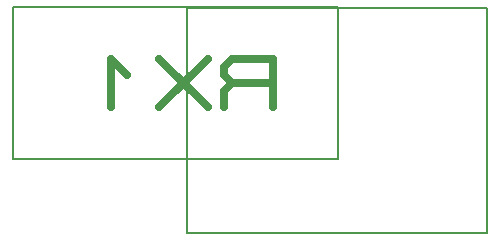
<source format=gbr>
G04 PROTEUS GERBER X2 FILE*
%TF.GenerationSoftware,Labcenter,Proteus,8.6-SP2-Build23525*%
%TF.CreationDate,2017-05-05T12:43:17+00:00*%
%TF.FileFunction,AssemblyDrawing,Bot*%
%TF.FilePolarity,Positive*%
%TF.Part,Single*%
%FSLAX45Y45*%
%MOMM*%
G01*
%TA.AperFunction,Material*%
%ADD70C,0.203200*%
%ADD73C,0.687700*%
%TA.AperFunction,Profile*%
%ADD19C,0.203200*%
%TD.AperFunction*%
D70*
X-1470660Y+624840D02*
X+1280160Y+624840D01*
X+1280160Y+1915160D01*
X-1470660Y+1915160D01*
X-1470660Y+624840D01*
D73*
X+729996Y+1063689D02*
X+729996Y+1476312D01*
X+386144Y+1476312D01*
X+317373Y+1407541D01*
X+317373Y+1338771D01*
X+386144Y+1270000D01*
X+729996Y+1270000D01*
X+386144Y+1270000D02*
X+317373Y+1201230D01*
X+317373Y+1063689D01*
X+179832Y+1476312D02*
X-232791Y+1063689D01*
X+179832Y+1063689D02*
X-232791Y+1476312D01*
X-507873Y+1338771D02*
X-645414Y+1476312D01*
X-645414Y+1063689D01*
D19*
X+0Y+0D02*
X+2540000Y+0D01*
X+2540000Y+1905000D01*
X+0Y+1905000D01*
X+0Y+0D01*
M02*

</source>
